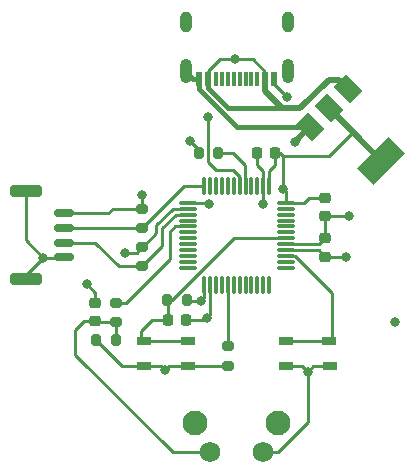
<source format=gbr>
%TF.GenerationSoftware,KiCad,Pcbnew,7.0.7*%
%TF.CreationDate,2023-10-09T00:15:42+08:00*%
%TF.ProjectId,RM_47mm,524d5f34-376d-46d2-9e6b-696361645f70,rev?*%
%TF.SameCoordinates,Original*%
%TF.FileFunction,Copper,L4,Bot*%
%TF.FilePolarity,Positive*%
%FSLAX46Y46*%
G04 Gerber Fmt 4.6, Leading zero omitted, Abs format (unit mm)*
G04 Created by KiCad (PCBNEW 7.0.7) date 2023-10-09 00:15:42*
%MOMM*%
%LPD*%
G01*
G04 APERTURE LIST*
G04 Aperture macros list*
%AMRoundRect*
0 Rectangle with rounded corners*
0 $1 Rounding radius*
0 $2 $3 $4 $5 $6 $7 $8 $9 X,Y pos of 4 corners*
0 Add a 4 corners polygon primitive as box body*
4,1,4,$2,$3,$4,$5,$6,$7,$8,$9,$2,$3,0*
0 Add four circle primitives for the rounded corners*
1,1,$1+$1,$2,$3*
1,1,$1+$1,$4,$5*
1,1,$1+$1,$6,$7*
1,1,$1+$1,$8,$9*
0 Add four rect primitives between the rounded corners*
20,1,$1+$1,$2,$3,$4,$5,0*
20,1,$1+$1,$4,$5,$6,$7,0*
20,1,$1+$1,$6,$7,$8,$9,0*
20,1,$1+$1,$8,$9,$2,$3,0*%
%AMRotRect*
0 Rectangle, with rotation*
0 The origin of the aperture is its center*
0 $1 length*
0 $2 width*
0 $3 Rotation angle, in degrees counterclockwise*
0 Add horizontal line*
21,1,$1,$2,0,0,$3*%
G04 Aperture macros list end*
%TA.AperFunction,SMDPad,CuDef*%
%ADD10RoundRect,0.200000X0.275000X-0.200000X0.275000X0.200000X-0.275000X0.200000X-0.275000X-0.200000X0*%
%TD*%
%TA.AperFunction,SMDPad,CuDef*%
%ADD11RoundRect,0.200000X-0.200000X-0.275000X0.200000X-0.275000X0.200000X0.275000X-0.200000X0.275000X0*%
%TD*%
%TA.AperFunction,SMDPad,CuDef*%
%ADD12RoundRect,0.075000X0.662500X0.075000X-0.662500X0.075000X-0.662500X-0.075000X0.662500X-0.075000X0*%
%TD*%
%TA.AperFunction,SMDPad,CuDef*%
%ADD13RoundRect,0.075000X0.075000X0.662500X-0.075000X0.662500X-0.075000X-0.662500X0.075000X-0.662500X0*%
%TD*%
%TA.AperFunction,SMDPad,CuDef*%
%ADD14R,1.191630X0.648596*%
%TD*%
%TA.AperFunction,SMDPad,CuDef*%
%ADD15R,1.195644X0.654570*%
%TD*%
%TA.AperFunction,SMDPad,CuDef*%
%ADD16R,1.196467X0.648136*%
%TD*%
%TA.AperFunction,SMDPad,CuDef*%
%ADD17R,1.203883X0.646488*%
%TD*%
%TA.AperFunction,SMDPad,CuDef*%
%ADD18RoundRect,0.225000X-0.250000X0.225000X-0.250000X-0.225000X0.250000X-0.225000X0.250000X0.225000X0*%
%TD*%
%TA.AperFunction,SMDPad,CuDef*%
%ADD19RoundRect,0.225000X0.225000X0.250000X-0.225000X0.250000X-0.225000X-0.250000X0.225000X-0.250000X0*%
%TD*%
%TA.AperFunction,SMDPad,CuDef*%
%ADD20RoundRect,0.225000X0.250000X-0.225000X0.250000X0.225000X-0.250000X0.225000X-0.250000X-0.225000X0*%
%TD*%
%TA.AperFunction,SMDPad,CuDef*%
%ADD21R,0.600000X1.240000*%
%TD*%
%TA.AperFunction,SMDPad,CuDef*%
%ADD22R,0.300000X1.240000*%
%TD*%
%TA.AperFunction,ComponentPad*%
%ADD23O,1.000000X1.800000*%
%TD*%
%TA.AperFunction,ComponentPad*%
%ADD24O,1.000000X2.100000*%
%TD*%
%TA.AperFunction,SMDPad,CuDef*%
%ADD25RoundRect,0.150000X0.700000X-0.150000X0.700000X0.150000X-0.700000X0.150000X-0.700000X-0.150000X0*%
%TD*%
%TA.AperFunction,SMDPad,CuDef*%
%ADD26RoundRect,0.250000X1.100000X-0.250000X1.100000X0.250000X-1.100000X0.250000X-1.100000X-0.250000X0*%
%TD*%
%TA.AperFunction,SMDPad,CuDef*%
%ADD27RoundRect,0.200000X-0.275000X0.200000X-0.275000X-0.200000X0.275000X-0.200000X0.275000X0.200000X0*%
%TD*%
%TA.AperFunction,SMDPad,CuDef*%
%ADD28RotRect,2.000000X1.500000X315.000000*%
%TD*%
%TA.AperFunction,SMDPad,CuDef*%
%ADD29RotRect,2.000000X3.800000X315.000000*%
%TD*%
%TA.AperFunction,SMDPad,CuDef*%
%ADD30RoundRect,0.200000X0.200000X0.275000X-0.200000X0.275000X-0.200000X-0.275000X0.200000X-0.275000X0*%
%TD*%
%TA.AperFunction,ComponentPad*%
%ADD31C,2.100000*%
%TD*%
%TA.AperFunction,ComponentPad*%
%ADD32C,1.750000*%
%TD*%
%TA.AperFunction,SMDPad,CuDef*%
%ADD33R,1.251471X0.645202*%
%TD*%
%TA.AperFunction,SMDPad,CuDef*%
%ADD34R,1.195849X0.659990*%
%TD*%
%TA.AperFunction,SMDPad,CuDef*%
%ADD35R,1.251471X0.650765*%
%TD*%
%TA.AperFunction,SMDPad,CuDef*%
%ADD36R,1.195849X0.657460*%
%TD*%
%TA.AperFunction,ViaPad*%
%ADD37C,0.800000*%
%TD*%
%TA.AperFunction,Conductor*%
%ADD38C,0.250000*%
%TD*%
%TA.AperFunction,Conductor*%
%ADD39C,0.500000*%
%TD*%
%TA.AperFunction,Conductor*%
%ADD40C,0.400000*%
%TD*%
G04 APERTURE END LIST*
D10*
%TO.P,R7,1*%
%TO.N,Net-(SW3-3)*%
X139783288Y-107336708D03*
%TO.P,R7,2*%
%TO.N,/Button_LED*%
X139783288Y-105686708D03*
%TD*%
%TO.P,R3,1*%
%TO.N,/SWCLK*%
X142018127Y-99380570D03*
%TO.P,R3,2*%
%TO.N,/VCC_3V3*%
X142018127Y-97730570D03*
%TD*%
D11*
%TO.P,R4,1*%
%TO.N,Earth*%
X146775000Y-93000000D03*
%TO.P,R4,2*%
%TO.N,/BOOT0*%
X148425000Y-93000000D03*
%TD*%
D12*
%TO.P,U1,1,VBAT*%
%TO.N,/VCC_3V3*%
X154162500Y-97250000D03*
%TO.P,U1,2,PC13*%
%TO.N,unconnected-(U1-PC13-Pad2)*%
X154162500Y-97750000D03*
%TO.P,U1,3,PC14*%
%TO.N,unconnected-(U1-PC14-Pad3)*%
X154162500Y-98250000D03*
%TO.P,U1,4,PC15*%
%TO.N,unconnected-(U1-PC15-Pad4)*%
X154162500Y-98750000D03*
%TO.P,U1,5,PD0*%
%TO.N,unconnected-(U1-PD0-Pad5)*%
X154162500Y-99250000D03*
%TO.P,U1,6,PD1*%
%TO.N,unconnected-(U1-PD1-Pad6)*%
X154162500Y-99750000D03*
%TO.P,U1,7,NRST*%
%TO.N,/RESET*%
X154162500Y-100250000D03*
%TO.P,U1,8,VSSA*%
%TO.N,Earth*%
X154162500Y-100750000D03*
%TO.P,U1,9,VDDA*%
%TO.N,/VCC_3V3*%
X154162500Y-101250000D03*
%TO.P,U1,10,PA0*%
%TO.N,/WKUP*%
X154162500Y-101750000D03*
%TO.P,U1,11,PA1*%
%TO.N,unconnected-(U1-PA1-Pad11)*%
X154162500Y-102250000D03*
%TO.P,U1,12,PA2*%
%TO.N,unconnected-(U1-PA2-Pad12)*%
X154162500Y-102750000D03*
D13*
%TO.P,U1,13,PA3*%
%TO.N,unconnected-(U1-PA3-Pad13)*%
X152750000Y-104162500D03*
%TO.P,U1,14,PA4*%
%TO.N,unconnected-(U1-PA4-Pad14)*%
X152250000Y-104162500D03*
%TO.P,U1,15,PA5*%
%TO.N,unconnected-(U1-PA5-Pad15)*%
X151750000Y-104162500D03*
%TO.P,U1,16,PA6*%
%TO.N,unconnected-(U1-PA6-Pad16)*%
X151250000Y-104162500D03*
%TO.P,U1,17,PA7*%
%TO.N,unconnected-(U1-PA7-Pad17)*%
X150750000Y-104162500D03*
%TO.P,U1,18,PB0*%
%TO.N,unconnected-(U1-PB0-Pad18)*%
X150250000Y-104162500D03*
%TO.P,U1,19,PB1*%
%TO.N,unconnected-(U1-PB1-Pad19)*%
X149750000Y-104162500D03*
%TO.P,U1,20,PB2*%
%TO.N,/BOOT1{slash}PB2*%
X149250000Y-104162500D03*
%TO.P,U1,21,PB10*%
%TO.N,unconnected-(U1-PB10-Pad21)*%
X148750000Y-104162500D03*
%TO.P,U1,22,PB11*%
%TO.N,unconnected-(U1-PB11-Pad22)*%
X148250000Y-104162500D03*
%TO.P,U1,23,VSS*%
%TO.N,Earth*%
X147750000Y-104162500D03*
%TO.P,U1,24,VDD*%
%TO.N,/VCC_3V3*%
X147250000Y-104162500D03*
D12*
%TO.P,U1,25,PB12*%
%TO.N,unconnected-(U1-PB12-Pad25)*%
X145837500Y-102750000D03*
%TO.P,U1,26,PB13*%
%TO.N,unconnected-(U1-PB13-Pad26)*%
X145837500Y-102250000D03*
%TO.P,U1,27,PB14*%
%TO.N,unconnected-(U1-PB14-Pad27)*%
X145837500Y-101750000D03*
%TO.P,U1,28,PB15*%
%TO.N,unconnected-(U1-PB15-Pad28)*%
X145837500Y-101250000D03*
%TO.P,U1,29,PA8*%
%TO.N,unconnected-(U1-PA8-Pad29)*%
X145837500Y-100750000D03*
%TO.P,U1,30,PA9*%
%TO.N,unconnected-(U1-PA9-Pad30)*%
X145837500Y-100250000D03*
%TO.P,U1,31,PA10*%
%TO.N,unconnected-(U1-PA10-Pad31)*%
X145837500Y-99750000D03*
%TO.P,U1,32,PA11*%
%TO.N,/Button_LED*%
X145837500Y-99250000D03*
%TO.P,U1,33,PA12*%
%TO.N,unconnected-(U1-PA12-Pad33)*%
X145837500Y-98750000D03*
%TO.P,U1,34,PA13*%
%TO.N,/SWDIO*%
X145837500Y-98250000D03*
%TO.P,U1,35,VSS*%
%TO.N,Earth*%
X145837500Y-97750000D03*
%TO.P,U1,36,VDD*%
%TO.N,/VCC_3V3*%
X145837500Y-97250000D03*
D13*
%TO.P,U1,37,PA14*%
%TO.N,/SWCLK*%
X147250000Y-95837500D03*
%TO.P,U1,38,PA15*%
%TO.N,unconnected-(U1-PA15-Pad38)*%
X147750000Y-95837500D03*
%TO.P,U1,39,PB3*%
%TO.N,unconnected-(U1-PB3-Pad39)*%
X148250000Y-95837500D03*
%TO.P,U1,40,PB4*%
%TO.N,unconnected-(U1-PB4-Pad40)*%
X148750000Y-95837500D03*
%TO.P,U1,41,PB5*%
%TO.N,unconnected-(U1-PB5-Pad41)*%
X149250000Y-95837500D03*
%TO.P,U1,42,PB6*%
%TO.N,unconnected-(U1-PB6-Pad42)*%
X149750000Y-95837500D03*
%TO.P,U1,43,PB7*%
%TO.N,/LED_IN*%
X150250000Y-95837500D03*
%TO.P,U1,44,BOOT0*%
%TO.N,/BOOT0*%
X150750000Y-95837500D03*
%TO.P,U1,45,PB8*%
%TO.N,unconnected-(U1-PB8-Pad45)*%
X151250000Y-95837500D03*
%TO.P,U1,46,PB9*%
%TO.N,unconnected-(U1-PB9-Pad46)*%
X151750000Y-95837500D03*
%TO.P,U1,47,VSS*%
%TO.N,Earth*%
X152250000Y-95837500D03*
%TO.P,U1,48,VDD*%
%TO.N,/VCC_3V3*%
X152750000Y-95837500D03*
%TD*%
D14*
%TO.P,SW2,1,1*%
%TO.N,/WKUP*%
X157853931Y-108925702D03*
D15*
X154142473Y-108922715D03*
D16*
%TO.P,SW2,2,2*%
%TO.N,/VCC_3V3*%
X157857223Y-111075929D03*
D17*
X154148751Y-111076753D03*
%TD*%
D18*
%TO.P,C9,1*%
%TO.N,/VCC_3V3*%
X157480000Y-96805000D03*
%TO.P,C9,2*%
%TO.N,Earth*%
X157480000Y-98355000D03*
%TD*%
D19*
%TO.P,C11,1*%
%TO.N,/VCC_3V3*%
X153275000Y-93000000D03*
%TO.P,C11,2*%
%TO.N,Earth*%
X151725000Y-93000000D03*
%TD*%
%TO.P,C12,1*%
%TO.N,Earth*%
X145705537Y-107172023D03*
%TO.P,C12,2*%
%TO.N,/RESET*%
X144155537Y-107172023D03*
%TD*%
D20*
%TO.P,C13,1*%
%TO.N,Net-(SW3-3)*%
X138039859Y-107289498D03*
%TO.P,C13,2*%
%TO.N,/VCC_3V3*%
X138039859Y-105739498D03*
%TD*%
D21*
%TO.P,J1,A1,GND*%
%TO.N,Earth*%
X146800000Y-86725000D03*
%TO.P,J1,A4,VBUS*%
%TO.N,/VCC_5V*%
X147600000Y-86725000D03*
D22*
%TO.P,J1,A5,CC1*%
%TO.N,unconnected-(J1-CC1-PadA5)*%
X148750000Y-86725000D03*
%TO.P,J1,A6,D+*%
%TO.N,unconnected-(J1-D+-PadA6)*%
X149750000Y-86725000D03*
%TO.P,J1,A7,D-*%
%TO.N,unconnected-(J1-D--PadA7)*%
X150250000Y-86725000D03*
%TO.P,J1,A8,SBU1*%
%TO.N,unconnected-(J1-SBU1-PadA8)*%
X151250000Y-86725000D03*
D21*
%TO.P,J1,A9,VBUS*%
%TO.N,/VCC_5V*%
X152400000Y-86725000D03*
%TO.P,J1,A12,GND*%
%TO.N,Earth*%
X153200000Y-86725000D03*
%TO.P,J1,B1,GND*%
X153200000Y-86725000D03*
%TO.P,J1,B4,VBUS*%
%TO.N,/VCC_5V*%
X152400000Y-86725000D03*
D22*
%TO.P,J1,B5,CC2*%
%TO.N,unconnected-(J1-CC2-PadB5)*%
X151750000Y-86725000D03*
%TO.P,J1,B6,D+*%
%TO.N,unconnected-(J1-D+-PadB6)*%
X150750000Y-86725000D03*
%TO.P,J1,B7,D-*%
%TO.N,unconnected-(J1-D--PadB7)*%
X149250000Y-86725000D03*
%TO.P,J1,B8,SBU2*%
%TO.N,unconnected-(J1-SBU2-PadB8)*%
X148250000Y-86725000D03*
D21*
%TO.P,J1,B9,VBUS*%
%TO.N,/VCC_5V*%
X147600000Y-86725000D03*
%TO.P,J1,B12,GND*%
%TO.N,Earth*%
X146800000Y-86725000D03*
D23*
%TO.P,J1,S1,SHIELD*%
X145680000Y-81925000D03*
D24*
X145680000Y-86125000D03*
D23*
X154320000Y-81925000D03*
D24*
X154320000Y-86125000D03*
%TD*%
D11*
%TO.P,R6,1*%
%TO.N,Earth*%
X138129023Y-108882715D03*
%TO.P,R6,2*%
%TO.N,Net-(SW3-3)*%
X139779023Y-108882715D03*
%TD*%
D25*
%TO.P,J2,1,Pin_1*%
%TO.N,Earth*%
X135350000Y-101875000D03*
%TO.P,J2,2,Pin_2*%
%TO.N,/SWDIO*%
X135350000Y-100625000D03*
%TO.P,J2,3,Pin_3*%
%TO.N,/SWCLK*%
X135350000Y-99375000D03*
%TO.P,J2,4,Pin_4*%
%TO.N,/VCC_3V3*%
X135350000Y-98125000D03*
D26*
%TO.P,J2,MP*%
%TO.N,Earth*%
X132150000Y-103725000D03*
X132150000Y-96275000D03*
%TD*%
D27*
%TO.P,R2,1*%
%TO.N,Earth*%
X142021726Y-100975355D03*
%TO.P,R2,2*%
%TO.N,/SWDIO*%
X142021726Y-102625355D03*
%TD*%
D28*
%TO.P,U2,1,GND*%
%TO.N,Earth*%
X156166268Y-90838959D03*
%TO.P,U2,2,VO*%
%TO.N,/VCC_3V3*%
X157792614Y-89212614D03*
D29*
X162247386Y-93667386D03*
D28*
%TO.P,U2,3,VI*%
%TO.N,/VCC_5V*%
X159418959Y-87586268D03*
%TD*%
D27*
%TO.P,R5,1*%
%TO.N,/BOOT1{slash}PB2*%
X149258680Y-109398485D03*
%TO.P,R5,2*%
%TO.N,Earth*%
X149258680Y-111048485D03*
%TD*%
D30*
%TO.P,R1,1*%
%TO.N,/VCC_3V3*%
X145758826Y-105466261D03*
%TO.P,R1,2*%
%TO.N,/RESET*%
X144108826Y-105466261D03*
%TD*%
D31*
%TO.P,SW3,*%
%TO.N,Earth*%
X146482909Y-115884152D03*
X153492909Y-115884152D03*
D32*
%TO.P,SW3,1,3*%
%TO.N,Net-(SW3-3)*%
X147732909Y-118374152D03*
%TO.P,SW3,2,4*%
%TO.N,/VCC_3V3*%
X152232909Y-118374152D03*
%TD*%
D20*
%TO.P,C10,1*%
%TO.N,/VCC_3V3*%
X157474699Y-101792865D03*
%TO.P,C10,2*%
%TO.N,Earth*%
X157474699Y-100242865D03*
%TD*%
D33*
%TO.P,SW1,1,1*%
%TO.N,/RESET*%
X145871643Y-108929298D03*
D34*
X142150605Y-108920005D03*
D35*
%TO.P,SW1,2,2*%
%TO.N,Earth*%
X145871643Y-111079045D03*
D36*
X142150605Y-111071269D03*
%TD*%
D37*
%TO.N,/VCC_3V3*%
X156014602Y-111564521D03*
X146945372Y-105591240D03*
X159213450Y-101805610D03*
X153932037Y-96057092D03*
X142018127Y-96551733D03*
X137330423Y-104140716D03*
X147629225Y-97348384D03*
%TO.N,Earth*%
X133597257Y-101877102D03*
X154297050Y-88284974D03*
X163388735Y-107365477D03*
X152248410Y-97319644D03*
X154905251Y-92074558D03*
X147459286Y-106959729D03*
X146043974Y-92040483D03*
X143942264Y-111435531D03*
X159539528Y-98368747D03*
X140513247Y-101468135D03*
%TO.N,/LED_IN*%
X147584501Y-89940150D03*
%TO.N,/VCC_5V*%
X149887261Y-85089147D03*
%TD*%
D38*
%TO.N,/VCC_3V3*%
X154160008Y-97247508D02*
X154162500Y-97250000D01*
X153932037Y-96057092D02*
X154160008Y-96285063D01*
X154160008Y-96285063D02*
X154160008Y-97247508D01*
%TO.N,Earth*%
X149232165Y-111075000D02*
X146075000Y-111075000D01*
X138129023Y-108882715D02*
X140321308Y-111075000D01*
X141950000Y-111075000D02*
X143581733Y-111075000D01*
X143581733Y-111075000D02*
X143942264Y-111435531D01*
X140321308Y-111075000D02*
X141950000Y-111075000D01*
X144302795Y-111075000D02*
X143942264Y-111435531D01*
X149258680Y-111048485D02*
X149232165Y-111075000D01*
X146075000Y-111075000D02*
X144302795Y-111075000D01*
X157493747Y-98368747D02*
X157480000Y-98355000D01*
X159539528Y-98368747D02*
X157493747Y-98368747D01*
%TO.N,/LED_IN*%
X149662700Y-94447015D02*
X150250000Y-95034315D01*
X148226784Y-94447015D02*
X149662700Y-94447015D01*
X147584501Y-93804732D02*
X148226784Y-94447015D01*
X150250000Y-95034315D02*
X150250000Y-95837500D01*
X147584501Y-89940150D02*
X147584501Y-93804732D01*
%TO.N,/VCC_3V3*%
X135359404Y-98134404D02*
X135350000Y-98125000D01*
X153917846Y-93251420D02*
X157810107Y-93251420D01*
X153917846Y-93251420D02*
X153666426Y-93000000D01*
X147250000Y-105286612D02*
X147250000Y-104162500D01*
X155527242Y-111077161D02*
X153952161Y-111077161D01*
X154165372Y-97247128D02*
X154162500Y-97250000D01*
X153275000Y-94043946D02*
X152750000Y-94568946D01*
X153666426Y-93000000D02*
X153275000Y-93000000D01*
X156931834Y-101250000D02*
X157474699Y-101792865D01*
X155713623Y-97247128D02*
X154165372Y-97247128D01*
X146945372Y-105591240D02*
X145883805Y-105591240D01*
X138039859Y-105739498D02*
X138039859Y-104850152D01*
X146945372Y-105591240D02*
X147250000Y-105286612D01*
X156014602Y-111564521D02*
X156499239Y-111079884D01*
X156014602Y-115829895D02*
X156014602Y-111564521D01*
X139498561Y-97730570D02*
X139094727Y-98134404D01*
X152232909Y-118374152D02*
X153470345Y-118374152D01*
X152750000Y-94568946D02*
X152750000Y-95837500D01*
X153952161Y-111077161D02*
X153950000Y-111075000D01*
X157810107Y-93251420D02*
X159817970Y-91243557D01*
X145758826Y-105466261D02*
X145946239Y-105466261D01*
D39*
X159823557Y-91243557D02*
X162247386Y-93667386D01*
D38*
X156499239Y-111079884D02*
X158070116Y-111079884D01*
X153470345Y-118374152D02*
X156014602Y-115829895D01*
X135337641Y-98137359D02*
X135350000Y-98125000D01*
X138039859Y-104850152D02*
X137330423Y-104140716D01*
X139498561Y-97730570D02*
X142018127Y-97730570D01*
X153275000Y-93000000D02*
X153275000Y-94043946D01*
X158070116Y-111079884D02*
X158075000Y-111075000D01*
D39*
X157792614Y-89212614D02*
X159823557Y-91243557D01*
D38*
X157487444Y-101805610D02*
X157474699Y-101792865D01*
X145883805Y-105591240D02*
X145758826Y-105466261D01*
X153917846Y-96042901D02*
X153917846Y-93251420D01*
X157480000Y-96805000D02*
X156155751Y-96805000D01*
X145837500Y-97250000D02*
X147530841Y-97250000D01*
X153932037Y-96057092D02*
X153917846Y-96042901D01*
X154162500Y-101250000D02*
X156931834Y-101250000D01*
X142018127Y-96551733D02*
X142018127Y-97730570D01*
X159213450Y-101805610D02*
X157487444Y-101805610D01*
X145696780Y-105767133D02*
X145743491Y-105720422D01*
X159817970Y-91243557D02*
X159823557Y-91243557D01*
X156014602Y-111564521D02*
X155527242Y-111077161D01*
X147530841Y-97250000D02*
X147629225Y-97348384D01*
X156155751Y-96805000D02*
X155713623Y-97247128D01*
X139094727Y-98134404D02*
X135359404Y-98134404D01*
%TO.N,Earth*%
X140516871Y-101471759D02*
X140513247Y-101468135D01*
D40*
X146280000Y-86725000D02*
X145680000Y-86125000D01*
D38*
X147459286Y-106959729D02*
X147750000Y-106669015D01*
D40*
X146800000Y-86725000D02*
X146800000Y-87595000D01*
D38*
X141525322Y-101471759D02*
X140516871Y-101471759D01*
X152250000Y-94588612D02*
X152250000Y-95837500D01*
D39*
X156140850Y-90838959D02*
X154905251Y-92074558D01*
D38*
X156166268Y-90838959D02*
X156140850Y-90838959D01*
X145705537Y-107172023D02*
X147246992Y-107172023D01*
X146052411Y-92040483D02*
X146043974Y-92040483D01*
X145837500Y-97771946D02*
X145840554Y-97775000D01*
D40*
X146800000Y-87595000D02*
X150043959Y-90838959D01*
D38*
X135347898Y-101877102D02*
X135350000Y-101875000D01*
D40*
X146800000Y-86725000D02*
X146280000Y-86725000D01*
D38*
X157474699Y-100242865D02*
X157474699Y-98360301D01*
X153200000Y-86725000D02*
X153200000Y-87187924D01*
X157474699Y-98360301D02*
X157480000Y-98355000D01*
X132150000Y-103725000D02*
X132150000Y-103324359D01*
X132150000Y-96275000D02*
X132150000Y-100429845D01*
X142021726Y-100975355D02*
X141525322Y-101471759D01*
X132150000Y-100429845D02*
X133597257Y-101877102D01*
X145837500Y-97750000D02*
X145837500Y-97771946D01*
X132150000Y-103324359D02*
X133597257Y-101877102D01*
X154162500Y-100750000D02*
X156967564Y-100750000D01*
X146775000Y-93000000D02*
X146775000Y-92763072D01*
X147750000Y-106669015D02*
X147750000Y-104162500D01*
X153200000Y-87187924D02*
X154297050Y-88284974D01*
X151725000Y-94063612D02*
X152250000Y-94588612D01*
D40*
X150043959Y-90838959D02*
X156166268Y-90838959D01*
D38*
X144578728Y-97750000D02*
X145837500Y-97750000D01*
X146775000Y-92763072D02*
X146052411Y-92040483D01*
X152248410Y-97319644D02*
X152248410Y-95821322D01*
X152234062Y-95853438D02*
X152250000Y-95837500D01*
X133597257Y-101877102D02*
X135347898Y-101877102D01*
X142021726Y-100975355D02*
X142029610Y-100975355D01*
X151725000Y-93000000D02*
X151725000Y-94063612D01*
X143172059Y-99156669D02*
X144578728Y-97750000D01*
X142029610Y-100975355D02*
X143172059Y-99832906D01*
X143172059Y-99832906D02*
X143172059Y-99156669D01*
X156967564Y-100750000D02*
X157474699Y-100242865D01*
X147246992Y-107172023D02*
X147459286Y-106959729D01*
%TO.N,/RESET*%
X144108826Y-105466261D02*
X144533906Y-105466261D01*
X146075000Y-108925000D02*
X145965955Y-108925000D01*
X149750167Y-100250000D02*
X154162500Y-100250000D01*
X141925000Y-108925000D02*
X146075000Y-108925000D01*
X144533906Y-105466261D02*
X149750167Y-100250000D01*
X142828080Y-107170229D02*
X144153743Y-107170229D01*
X144153743Y-107170229D02*
X144155537Y-107172023D01*
X141925000Y-108925000D02*
X141925000Y-108073309D01*
X141925000Y-108073309D02*
X142828080Y-107170229D01*
X144155537Y-105512972D02*
X144108826Y-105466261D01*
X144155537Y-107172023D02*
X144155537Y-105512972D01*
%TO.N,/SWCLK*%
X142012557Y-99375000D02*
X142018127Y-99380570D01*
X142018127Y-99380570D02*
X145561197Y-95837500D01*
X145561197Y-95837500D02*
X147250000Y-95837500D01*
X141995702Y-99316211D02*
X141633294Y-99316211D01*
X135350000Y-99375000D02*
X142012557Y-99375000D01*
%TO.N,/SWDIO*%
X143715146Y-100915161D02*
X143715146Y-99394770D01*
X135350000Y-100625000D02*
X138044771Y-100625000D01*
X142021726Y-102625355D02*
X142021726Y-102630077D01*
X142021726Y-102608581D02*
X143715146Y-100915161D01*
X142021726Y-102625355D02*
X142021726Y-102608581D01*
X140045126Y-102625355D02*
X142021726Y-102625355D01*
X144859916Y-98250000D02*
X145837500Y-98250000D01*
X143715146Y-99394770D02*
X144859916Y-98250000D01*
X138044771Y-100625000D02*
X140045126Y-102625355D01*
%TO.N,/BOOT0*%
X148425000Y-93000000D02*
X149689154Y-93000000D01*
X150744812Y-94055658D02*
X150744812Y-95832312D01*
X150744812Y-95832312D02*
X150750000Y-95837500D01*
X149689154Y-93000000D02*
X150744812Y-94055658D01*
%TO.N,/BOOT1{slash}PB2*%
X149000000Y-109175000D02*
X149047866Y-109175000D01*
X149250000Y-109389805D02*
X149258680Y-109398485D01*
X149250000Y-104162500D02*
X149250000Y-109389805D01*
%TO.N,/WKUP*%
X153925000Y-108925000D02*
X158075000Y-108925000D01*
X158075000Y-104859315D02*
X154965685Y-101750000D01*
X158075000Y-108925000D02*
X158075000Y-104859315D01*
X154965685Y-101750000D02*
X154162500Y-101750000D01*
D40*
%TO.N,/VCC_5V*%
X149264209Y-89210681D02*
X153830737Y-89210681D01*
D38*
X147600000Y-86725000D02*
X147600000Y-86069594D01*
D39*
X152400000Y-86725000D02*
X152400000Y-87779944D01*
X158654462Y-86821771D02*
X159418959Y-87586268D01*
D38*
X152400000Y-86129206D02*
X152400000Y-86725000D01*
D39*
X153830737Y-89210681D02*
X155386544Y-89210681D01*
D38*
X151359941Y-85089147D02*
X152400000Y-86129206D01*
D39*
X155386544Y-89210681D02*
X157775454Y-86821771D01*
D38*
X148580447Y-85089147D02*
X149887261Y-85089147D01*
X147600000Y-86069594D02*
X148580447Y-85089147D01*
D40*
X147600000Y-87546472D02*
X149264209Y-89210681D01*
X147600000Y-86725000D02*
X147600000Y-87546472D01*
D39*
X157775454Y-86821771D02*
X158654462Y-86821771D01*
D38*
X149887261Y-85089147D02*
X151359941Y-85089147D01*
D39*
X152400000Y-87779944D02*
X153830737Y-89210681D01*
X159069030Y-87236339D02*
X159418959Y-87586268D01*
D38*
%TO.N,/Button_LED*%
X144337349Y-102005843D02*
X144337349Y-99695621D01*
X140656484Y-105686708D02*
X144337349Y-102005843D01*
X144782970Y-99250000D02*
X145837500Y-99250000D01*
X144337349Y-99695621D02*
X144782970Y-99250000D01*
X139783288Y-105686708D02*
X140656484Y-105686708D01*
%TO.N,Net-(SW3-3)*%
X139779023Y-108882715D02*
X139779023Y-107340973D01*
X138087069Y-107336708D02*
X138039859Y-107289498D01*
X139783288Y-107336708D02*
X138087069Y-107336708D01*
X147732909Y-118374152D02*
X144619005Y-118374152D01*
X136334693Y-110089840D02*
X136334693Y-107988422D01*
X137033617Y-107289498D02*
X138039859Y-107289498D01*
X144619005Y-118374152D02*
X136334693Y-110089840D01*
X139779023Y-107340973D02*
X139783288Y-107336708D01*
X136334693Y-107988422D02*
X137033617Y-107289498D01*
%TD*%
M02*

</source>
